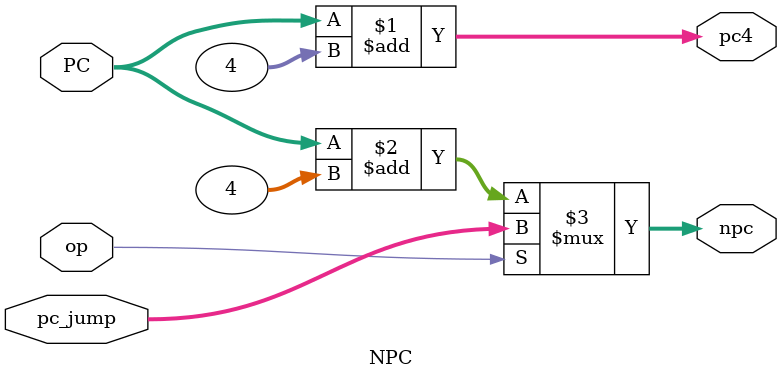
<source format=v>
`include "defines.vh"
`timescale 1ns / 1ps

module NPC(
    input  wire [31:0] PC,
    input  wire [31:0] pc_jump,
    input  wire   op,
    output wire [31:0] npc,
    output wire [31:0] pc4
);

    // inner logic of NPC
    assign pc4 = PC + 4;

    assign npc = op ? pc_jump : PC + 32'd4;

endmodule

</source>
